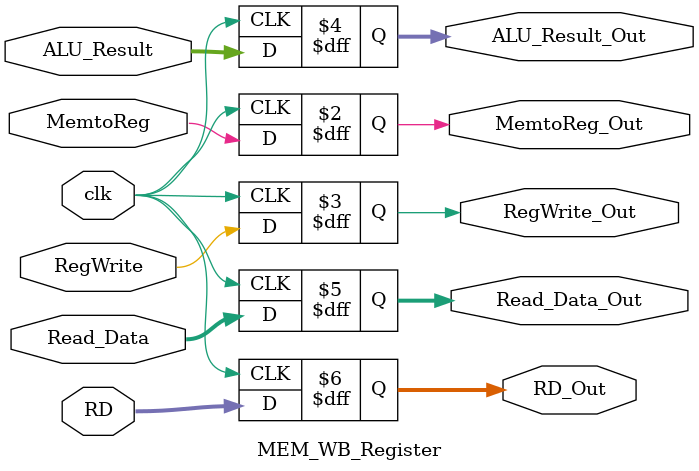
<source format=v>
`timescale 1ns / 1ps


module MEM_WB_Register(
    input clk, 
    input MemtoReg, 
    input RegWrite,
    input [63:0] ALU_Result,
    input [63:0] Read_Data,
    input [4:0] RD,
    
    output reg MemtoReg_Out, 
    output reg RegWrite_Out,
    output reg [63:0] ALU_Result_Out,
    output reg [63:0] Read_Data_Out,
    output reg [4:0] RD_Out
);
    
always @(posedge clk) begin 
    MemtoReg_Out = MemtoReg;
    RegWrite_Out = RegWrite;
    ALU_Result_Out = ALU_Result;
    Read_Data_Out = Read_Data;
    RD_Out = RD;
end

endmodule


</source>
